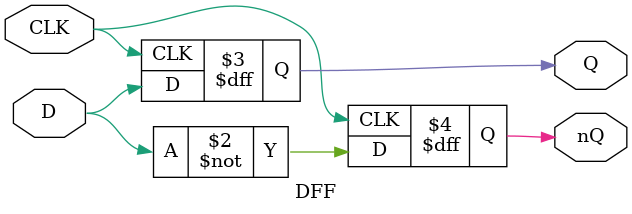
<source format=v>
module DFF(
    CLK,
    D,
    Q,
    nQ
);

input CLK, D;
output Q, nQ;

reg Q, nQ;

always @(posedge CLK) begin
    Q <= #10 D;
    nQ <= #10 ~D;
end

endmodule
</source>
